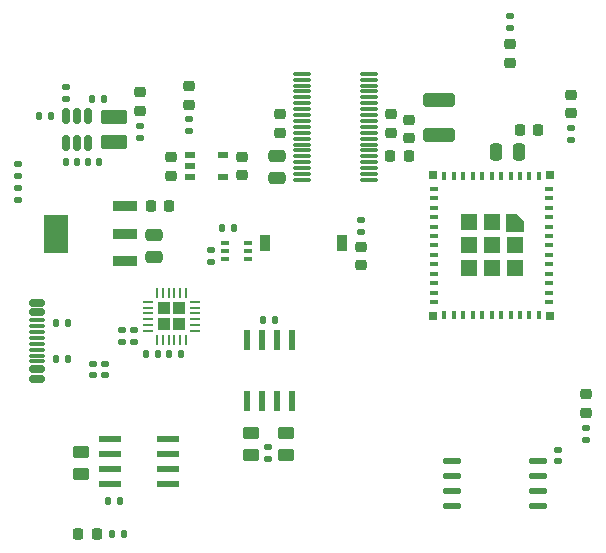
<source format=gtp>
G04 #@! TF.GenerationSoftware,KiCad,Pcbnew,7.0.7*
G04 #@! TF.CreationDate,2024-09-25T18:01:08-07:00*
G04 #@! TF.ProjectId,LAF Board Proto V1.0,4c414620-426f-4617-9264-2050726f746f,rev?*
G04 #@! TF.SameCoordinates,Original*
G04 #@! TF.FileFunction,Paste,Top*
G04 #@! TF.FilePolarity,Positive*
%FSLAX46Y46*%
G04 Gerber Fmt 4.6, Leading zero omitted, Abs format (unit mm)*
G04 Created by KiCad (PCBNEW 7.0.7) date 2024-09-25 18:01:08*
%MOMM*%
%LPD*%
G01*
G04 APERTURE LIST*
G04 Aperture macros list*
%AMRoundRect*
0 Rectangle with rounded corners*
0 $1 Rounding radius*
0 $2 $3 $4 $5 $6 $7 $8 $9 X,Y pos of 4 corners*
0 Add a 4 corners polygon primitive as box body*
4,1,4,$2,$3,$4,$5,$6,$7,$8,$9,$2,$3,0*
0 Add four circle primitives for the rounded corners*
1,1,$1+$1,$2,$3*
1,1,$1+$1,$4,$5*
1,1,$1+$1,$6,$7*
1,1,$1+$1,$8,$9*
0 Add four rect primitives between the rounded corners*
20,1,$1+$1,$2,$3,$4,$5,0*
20,1,$1+$1,$4,$5,$6,$7,0*
20,1,$1+$1,$6,$7,$8,$9,0*
20,1,$1+$1,$8,$9,$2,$3,0*%
G04 Aperture macros list end*
%ADD10C,0.010000*%
%ADD11RoundRect,0.250000X-0.850000X0.375000X-0.850000X-0.375000X0.850000X-0.375000X0.850000X0.375000X0*%
%ADD12RoundRect,0.135000X-0.135000X-0.185000X0.135000X-0.185000X0.135000X0.185000X-0.135000X0.185000X0*%
%ADD13RoundRect,0.135000X0.185000X-0.135000X0.185000X0.135000X-0.185000X0.135000X-0.185000X-0.135000X0*%
%ADD14RoundRect,0.140000X-0.170000X0.140000X-0.170000X-0.140000X0.170000X-0.140000X0.170000X0.140000X0*%
%ADD15RoundRect,0.073750X-0.221250X0.801250X-0.221250X-0.801250X0.221250X-0.801250X0.221250X0.801250X0*%
%ADD16RoundRect,0.250000X-1.100000X0.325000X-1.100000X-0.325000X1.100000X-0.325000X1.100000X0.325000X0*%
%ADD17RoundRect,0.250000X-0.450000X0.262500X-0.450000X-0.262500X0.450000X-0.262500X0.450000X0.262500X0*%
%ADD18RoundRect,0.135000X-0.185000X0.135000X-0.185000X-0.135000X0.185000X-0.135000X0.185000X0.135000X0*%
%ADD19R,0.952500X0.508000*%
%ADD20RoundRect,0.075000X0.662500X0.075000X-0.662500X0.075000X-0.662500X-0.075000X0.662500X-0.075000X0*%
%ADD21RoundRect,0.218750X0.256250X-0.218750X0.256250X0.218750X-0.256250X0.218750X-0.256250X-0.218750X0*%
%ADD22RoundRect,0.140000X-0.140000X-0.170000X0.140000X-0.170000X0.140000X0.170000X-0.140000X0.170000X0*%
%ADD23RoundRect,0.225000X-0.250000X0.225000X-0.250000X-0.225000X0.250000X-0.225000X0.250000X0.225000X0*%
%ADD24RoundRect,0.250000X0.450000X-0.262500X0.450000X0.262500X-0.450000X0.262500X-0.450000X-0.262500X0*%
%ADD25RoundRect,0.135000X0.135000X0.185000X-0.135000X0.185000X-0.135000X-0.185000X0.135000X-0.185000X0*%
%ADD26RoundRect,0.250000X-0.295000X-0.295000X0.295000X-0.295000X0.295000X0.295000X-0.295000X0.295000X0*%
%ADD27RoundRect,0.062500X-0.350000X-0.062500X0.350000X-0.062500X0.350000X0.062500X-0.350000X0.062500X0*%
%ADD28RoundRect,0.062500X-0.062500X-0.350000X0.062500X-0.350000X0.062500X0.350000X-0.062500X0.350000X0*%
%ADD29RoundRect,0.218750X-0.256250X0.218750X-0.256250X-0.218750X0.256250X-0.218750X0.256250X0.218750X0*%
%ADD30RoundRect,0.150000X-0.500000X0.150000X-0.500000X-0.150000X0.500000X-0.150000X0.500000X0.150000X0*%
%ADD31RoundRect,0.075000X-0.575000X0.075000X-0.575000X-0.075000X0.575000X-0.075000X0.575000X0.075000X0*%
%ADD32RoundRect,0.140000X0.140000X0.170000X-0.140000X0.170000X-0.140000X-0.170000X0.140000X-0.170000X0*%
%ADD33RoundRect,0.133350X-0.615950X-0.133350X0.615950X-0.133350X0.615950X0.133350X-0.615950X0.133350X0*%
%ADD34RoundRect,0.140000X0.170000X-0.140000X0.170000X0.140000X-0.170000X0.140000X-0.170000X-0.140000X0*%
%ADD35R,0.650000X0.400000*%
%ADD36R,0.889000X1.397000*%
%ADD37RoundRect,0.225000X-0.225000X-0.250000X0.225000X-0.250000X0.225000X0.250000X-0.225000X0.250000X0*%
%ADD38RoundRect,0.250000X-0.475000X0.250000X-0.475000X-0.250000X0.475000X-0.250000X0.475000X0.250000X0*%
%ADD39RoundRect,0.150000X0.150000X-0.512500X0.150000X0.512500X-0.150000X0.512500X-0.150000X-0.512500X0*%
%ADD40R,1.981200X0.540800*%
%ADD41RoundRect,0.250000X0.250000X0.475000X-0.250000X0.475000X-0.250000X-0.475000X0.250000X-0.475000X0*%
%ADD42R,0.400000X0.800000*%
%ADD43R,0.800000X0.400000*%
%ADD44R,1.450000X1.450000*%
%ADD45R,0.700000X0.700000*%
%ADD46RoundRect,0.250000X0.475000X-0.250000X0.475000X0.250000X-0.475000X0.250000X-0.475000X-0.250000X0*%
%ADD47RoundRect,0.218750X-0.218750X-0.256250X0.218750X-0.256250X0.218750X0.256250X-0.218750X0.256250X0*%
%ADD48R,2.150000X0.950000*%
%ADD49R,2.150000X3.250000*%
G04 APERTURE END LIST*
D10*
X73945000Y-44525000D02*
X73945000Y-45375000D01*
X72495000Y-45375000D01*
X72495000Y-43925000D01*
X73345000Y-43925000D01*
X73945000Y-44525000D01*
G36*
X73945000Y-44525000D02*
G01*
X73945000Y-45375000D01*
X72495000Y-45375000D01*
X72495000Y-43925000D01*
X73345000Y-43925000D01*
X73945000Y-44525000D01*
G37*
D11*
X39300000Y-35715000D03*
X39300000Y-37865000D03*
D12*
X32930001Y-35655000D03*
X33950001Y-35655000D03*
D13*
X35200001Y-34180000D03*
X35200001Y-33160000D03*
X79270000Y-63071250D03*
X79270000Y-62051250D03*
D14*
X39940000Y-53797500D03*
X39940000Y-54757500D03*
D13*
X47470000Y-48040000D03*
X47470000Y-47020000D03*
D15*
X54385000Y-54635000D03*
X53115000Y-54635000D03*
X51845000Y-54635000D03*
X50575000Y-54635000D03*
X50575000Y-59805000D03*
X51845000Y-59805000D03*
X53115000Y-59805000D03*
X54385000Y-59805000D03*
D16*
X66840000Y-34265000D03*
X66840000Y-37215000D03*
D14*
X38549999Y-56630000D03*
X38549999Y-57590000D03*
D12*
X48460000Y-45090000D03*
X49480000Y-45090000D03*
D17*
X53880000Y-62492500D03*
X53880000Y-64317500D03*
D18*
X72810000Y-27160000D03*
X72810000Y-28180000D03*
D19*
X45762050Y-38930040D03*
X45762050Y-39880000D03*
X45762050Y-40829960D03*
X48517950Y-40829960D03*
X48517950Y-38930040D03*
D20*
X60922500Y-41060000D03*
X60922500Y-40560000D03*
X60922500Y-40060000D03*
X60922500Y-39560000D03*
X60922500Y-39060000D03*
X60922500Y-38560000D03*
X60922500Y-38060000D03*
X60922500Y-37560000D03*
X60922500Y-37060000D03*
X60922500Y-36560000D03*
X60922500Y-36060000D03*
X60922500Y-35560000D03*
X60922500Y-35060000D03*
X60922500Y-34560000D03*
X60922500Y-34060000D03*
X60922500Y-33560000D03*
X60922500Y-33060000D03*
X60922500Y-32560000D03*
X60922500Y-32060000D03*
X55197500Y-32060000D03*
X55197500Y-32560000D03*
X55197500Y-33060000D03*
X55197500Y-33560000D03*
X55197500Y-34060000D03*
X55197500Y-34560000D03*
X55197500Y-35060000D03*
X55197500Y-35560000D03*
X55197500Y-36060000D03*
X55197500Y-36560000D03*
X55197500Y-37060000D03*
X55197500Y-37560000D03*
X55197500Y-38060000D03*
X55197500Y-38560000D03*
X55197500Y-39060000D03*
X55197500Y-39560000D03*
X55197500Y-40060000D03*
X55197500Y-40560000D03*
X55197500Y-41060000D03*
D21*
X72810000Y-31145000D03*
X72810000Y-29570000D03*
D22*
X35200001Y-39530000D03*
X36160001Y-39530000D03*
D23*
X64310000Y-35965000D03*
X64310000Y-37515000D03*
D24*
X36490000Y-65922500D03*
X36490000Y-64097500D03*
D25*
X43020001Y-55807500D03*
X42000001Y-55807500D03*
D26*
X43495000Y-51935000D03*
X43495000Y-53285000D03*
X44845000Y-51935000D03*
X44845000Y-53285000D03*
D27*
X42207500Y-51360000D03*
X42207500Y-51860000D03*
X42207500Y-52360000D03*
X42207500Y-52860000D03*
X42207500Y-53360000D03*
X42207500Y-53860000D03*
D28*
X42920000Y-54572500D03*
X43420000Y-54572500D03*
X43920000Y-54572500D03*
X44420000Y-54572500D03*
X44920000Y-54572500D03*
X45420000Y-54572500D03*
D27*
X46132500Y-53860000D03*
X46132500Y-53360000D03*
X46132500Y-52860000D03*
X46132500Y-52360000D03*
X46132500Y-51860000D03*
X46132500Y-51360000D03*
D28*
X45420000Y-50647500D03*
X44920000Y-50647500D03*
X44420000Y-50647500D03*
X43920000Y-50647500D03*
X43420000Y-50647500D03*
X42920000Y-50647500D03*
D23*
X60215001Y-46745318D03*
X60215001Y-48295318D03*
D18*
X60215450Y-44480318D03*
X60215450Y-45500318D03*
D23*
X50170000Y-39095000D03*
X50170000Y-40645000D03*
D24*
X50860000Y-64320000D03*
X50860000Y-62495000D03*
D18*
X31200000Y-39720002D03*
X31200000Y-40740002D03*
D25*
X40130000Y-71050000D03*
X39110000Y-71050000D03*
D29*
X45640001Y-33142502D03*
X45640001Y-34717502D03*
X41460000Y-33645000D03*
X41460000Y-35220000D03*
D23*
X62730000Y-35515000D03*
X62730000Y-37065000D03*
D29*
X79270000Y-59193751D03*
X79270000Y-60768751D03*
D25*
X44970000Y-55817500D03*
X43950000Y-55817500D03*
D30*
X32760000Y-51470000D03*
X32760000Y-52270000D03*
D31*
X32760000Y-53420000D03*
X32760000Y-54420000D03*
X32760000Y-54920000D03*
X32760000Y-55920000D03*
D30*
X32760000Y-57070000D03*
X32760000Y-57870000D03*
X32760000Y-57870000D03*
X32760000Y-57070000D03*
D31*
X32760000Y-56420000D03*
X32760000Y-55420000D03*
X32760000Y-53920000D03*
X32760000Y-52920000D03*
D30*
X32760000Y-52270000D03*
X32760000Y-51470000D03*
D32*
X39790000Y-68250000D03*
X38830000Y-68250000D03*
D33*
X67882400Y-64875000D03*
X67882400Y-66145000D03*
X67882400Y-67415000D03*
X67882400Y-68685000D03*
X75197600Y-68685000D03*
X75197600Y-67415000D03*
X75197600Y-66145000D03*
X75197600Y-64875000D03*
D34*
X76850000Y-64860000D03*
X76850000Y-63900000D03*
D23*
X44100001Y-39155001D03*
X44100001Y-40705001D03*
D35*
X48710000Y-46410000D03*
X48710000Y-47060000D03*
X48710000Y-47710000D03*
X50610000Y-47710000D03*
X50610000Y-47060000D03*
X50610000Y-46410000D03*
D13*
X41460000Y-37519999D03*
X41460000Y-36499999D03*
D36*
X52094999Y-46390318D03*
X58595001Y-46390318D03*
D37*
X42410000Y-43300000D03*
X43960000Y-43300000D03*
D38*
X42710000Y-45690000D03*
X42710000Y-47590000D03*
D18*
X31190000Y-41760000D03*
X31190000Y-42780000D03*
D12*
X34400000Y-56180000D03*
X35420000Y-56180000D03*
D23*
X53330000Y-35515000D03*
X53330000Y-37065000D03*
D12*
X34410000Y-53140000D03*
X35430000Y-53140000D03*
D39*
X35200000Y-37930000D03*
X36150000Y-37930000D03*
X37100000Y-37930000D03*
X37100000Y-35655000D03*
X36150000Y-35655000D03*
X35200000Y-35655000D03*
D13*
X45640000Y-36940000D03*
X45640000Y-35920000D03*
D14*
X52370000Y-63707500D03*
X52370000Y-64667500D03*
D40*
X43904999Y-66795000D03*
X43904999Y-65525000D03*
X43904999Y-64255000D03*
X43904999Y-62985000D03*
X38975001Y-62985000D03*
X38975001Y-64255000D03*
X38975001Y-65525000D03*
X38975001Y-66795000D03*
D13*
X77960000Y-37710000D03*
X77960000Y-36690000D03*
D41*
X73550000Y-38650000D03*
X71650000Y-38650000D03*
D32*
X38040000Y-39530000D03*
X37080000Y-39530000D03*
D14*
X37540000Y-56610000D03*
X37540000Y-57570000D03*
D42*
X75270000Y-40700000D03*
X74470000Y-40700000D03*
X73670000Y-40700000D03*
X72870000Y-40700000D03*
X72070000Y-40700000D03*
X71270000Y-40700000D03*
X70470000Y-40700000D03*
X69670000Y-40700000D03*
X68870000Y-40700000D03*
X68070000Y-40700000D03*
X67270000Y-40700000D03*
D43*
X66370000Y-41800000D03*
X66370000Y-42600000D03*
X66370000Y-43400000D03*
X66370000Y-44200000D03*
X66370000Y-45000000D03*
X66370000Y-45800000D03*
X66370000Y-46600000D03*
X66370000Y-47400000D03*
X66370000Y-48200000D03*
X66370000Y-49000000D03*
X66370000Y-49800000D03*
X66370000Y-50600000D03*
X66370000Y-51400000D03*
D42*
X67270000Y-52500000D03*
X68070000Y-52500000D03*
X68870000Y-52500000D03*
X69670000Y-52500000D03*
X70470000Y-52500000D03*
X71270000Y-52500000D03*
X72070000Y-52500000D03*
X72870000Y-52500000D03*
X73670000Y-52500000D03*
X74470000Y-52500000D03*
X75270000Y-52500000D03*
D43*
X76170000Y-51400000D03*
X76170000Y-50600000D03*
X76170000Y-49800000D03*
X76170000Y-49000000D03*
X76170000Y-48200000D03*
X76170000Y-47400000D03*
X76170000Y-46600000D03*
X76170000Y-45800000D03*
X76170000Y-45000000D03*
X76170000Y-44200000D03*
X76170000Y-43400000D03*
X76170000Y-42600000D03*
X76170000Y-41800000D03*
D44*
X71270000Y-46600000D03*
D45*
X76220000Y-52550000D03*
X66320000Y-52550000D03*
X66320000Y-40650000D03*
X76220000Y-40650000D03*
D44*
X71270000Y-44650000D03*
X69320000Y-44650000D03*
X69320000Y-46600000D03*
X69320000Y-48550000D03*
X71270000Y-48550000D03*
X73220000Y-48550000D03*
X73220000Y-46600000D03*
D46*
X53140000Y-40900000D03*
X53140000Y-39000000D03*
D29*
X77960000Y-33822500D03*
X77960000Y-35397500D03*
D47*
X36272501Y-71050000D03*
X37847501Y-71050000D03*
D22*
X51950000Y-52940000D03*
X52910000Y-52940000D03*
D37*
X62695000Y-39060000D03*
X64245000Y-39060000D03*
D22*
X37460000Y-34220000D03*
X38420000Y-34220000D03*
D14*
X40980001Y-53797500D03*
X40980001Y-54757500D03*
D48*
X40230000Y-47900000D03*
X40230000Y-45600000D03*
X40230000Y-43300000D03*
D49*
X34430000Y-45600000D03*
D37*
X73655000Y-36850000D03*
X75205000Y-36850000D03*
M02*

</source>
